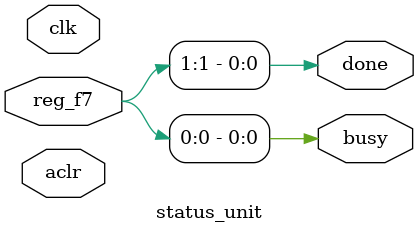
<source format=sv>
module status_unit(
    input  logic       clk,
    input  logic       aclr,
    input  logic [7:0] reg_f7,
    output logic       busy,
    output logic       done
);
    assign busy = reg_f7[0];
    assign done = reg_f7[1];
endmodule

</source>
